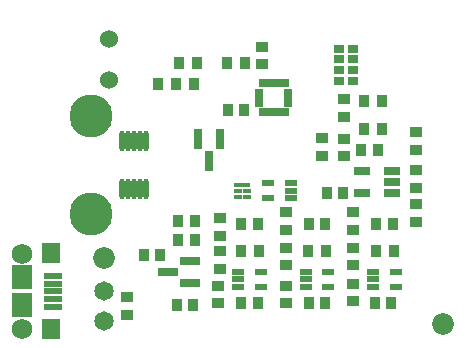
<source format=gbs>
%FSLAX24Y24*%
%MOIN*%
G70*
G01*
G75*
G04 Layer_Color=16711935*
%ADD10R,0.0354X0.0315*%
%ADD11R,0.0315X0.0354*%
%ADD12R,0.0276X0.0354*%
%ADD13R,0.0319X0.0661*%
%ADD14R,0.0394X0.0315*%
%ADD15R,0.0276X0.0591*%
%ADD16R,0.0600X0.0300*%
%ADD17R,0.0300X0.0598*%
%ADD18R,0.0598X0.0300*%
%ADD19R,0.0217X0.0394*%
%ADD20R,0.0157X0.0157*%
%ADD21C,0.0150*%
%ADD22C,0.0120*%
%ADD23C,0.0100*%
%ADD24C,0.0181*%
%ADD25C,0.0630*%
%ADD26C,0.0661*%
%ADD27C,0.0591*%
%ADD28C,0.1378*%
%ADD29C,0.0320*%
%ADD30C,0.0400*%
%ADD31C,0.0500*%
%ADD32R,0.0354X0.0276*%
%ADD33R,0.0532X0.0157*%
%ADD34R,0.0630X0.0748*%
%ADD35R,0.0551X0.0630*%
%ADD36R,0.0236X0.0591*%
%ADD37R,0.0591X0.0236*%
%ADD38O,0.0118X0.0650*%
%ADD39R,0.0335X0.0157*%
%ADD40R,0.0512X0.0217*%
%ADD41R,0.0209X0.0118*%
%ADD42R,0.0193X0.0118*%
%ADD43R,0.0201X0.0136*%
%ADD44R,0.0136X0.0201*%
%ADD45R,0.0315X0.0197*%
%ADD46C,0.0200*%
%ADD47C,0.0098*%
%ADD48C,0.0050*%
%ADD49C,0.0079*%
%ADD50C,0.0039*%
%ADD51C,0.0080*%
%ADD52R,0.0414X0.0375*%
%ADD53R,0.0375X0.0414*%
%ADD54R,0.0336X0.0414*%
%ADD55R,0.0379X0.0721*%
%ADD56R,0.0454X0.0375*%
%ADD57R,0.0336X0.0651*%
%ADD58R,0.0660X0.0360*%
%ADD59R,0.0360X0.0658*%
%ADD60R,0.0658X0.0360*%
%ADD61R,0.0277X0.0454*%
%ADD62C,0.0690*%
%ADD63C,0.0721*%
%ADD64C,0.0651*%
%ADD65C,0.0060*%
%ADD66C,0.1438*%
%ADD67C,0.0600*%
%ADD68R,0.0414X0.0336*%
%ADD69R,0.0610X0.0236*%
%ADD70R,0.0709X0.0827*%
%ADD71R,0.0630X0.0709*%
%ADD72R,0.0296X0.0651*%
%ADD73R,0.0651X0.0296*%
%ADD74O,0.0178X0.0710*%
%ADD75R,0.0395X0.0217*%
%ADD76R,0.0572X0.0277*%
%ADD77R,0.0269X0.0178*%
%ADD78R,0.0253X0.0178*%
%ADD79R,0.0280X0.0215*%
%ADD80R,0.0215X0.0280*%
%ADD81R,0.0375X0.0257*%
D52*
X7100Y1474D02*
D03*
Y2026D02*
D03*
X9350Y1474D02*
D03*
Y2026D02*
D03*
X11600Y1524D02*
D03*
Y2076D02*
D03*
X11300Y6374D02*
D03*
Y6926D02*
D03*
X8550Y9424D02*
D03*
Y9976D02*
D03*
X9350Y3276D02*
D03*
Y2724D02*
D03*
X11600Y3276D02*
D03*
Y2724D02*
D03*
D53*
X6326Y3550D02*
D03*
X5774D02*
D03*
X5176Y3050D02*
D03*
X4624D02*
D03*
X6276Y1400D02*
D03*
X5724D02*
D03*
X7874Y4100D02*
D03*
X8426D02*
D03*
X10124D02*
D03*
X10676D02*
D03*
X5774Y4200D02*
D03*
X6326D02*
D03*
X8426Y1450D02*
D03*
X7874D02*
D03*
X10676D02*
D03*
X10124D02*
D03*
X12374Y4100D02*
D03*
X12926D02*
D03*
X12876Y1450D02*
D03*
X12324D02*
D03*
X11274Y5126D02*
D03*
X10723D02*
D03*
X11874Y6550D02*
D03*
X12426D02*
D03*
X7976Y7900D02*
D03*
X7424D02*
D03*
D54*
X7995Y9450D02*
D03*
X7405D02*
D03*
X5805Y9450D02*
D03*
X6395D02*
D03*
X8445Y3200D02*
D03*
X7855D02*
D03*
X10695D02*
D03*
X10105D02*
D03*
X12945D02*
D03*
X12355D02*
D03*
X11955Y8200D02*
D03*
X12545D02*
D03*
X11955Y7250D02*
D03*
X12545D02*
D03*
X5105Y8750D02*
D03*
X5695D02*
D03*
X6295Y8750D02*
D03*
X5705D02*
D03*
D62*
X550Y3100D02*
D03*
Y600D02*
D03*
D63*
X3300Y2950D02*
D03*
X14600Y750D02*
D03*
D64*
X3300Y850D02*
D03*
Y1850D02*
D03*
D65*
X2341Y11250D02*
D03*
X1159D02*
D03*
D66*
X2850Y7684D02*
D03*
Y4416D02*
D03*
D67*
X3450Y8900D02*
D03*
Y10250D02*
D03*
D68*
X11300Y7655D02*
D03*
Y8245D02*
D03*
X7150Y3705D02*
D03*
Y4295D02*
D03*
X9350Y4495D02*
D03*
Y3905D02*
D03*
X11600Y4495D02*
D03*
Y3905D02*
D03*
X13700Y5305D02*
D03*
Y5895D02*
D03*
X10550Y6945D02*
D03*
Y6355D02*
D03*
X13700Y6555D02*
D03*
Y7145D02*
D03*
X7150Y2605D02*
D03*
Y3195D02*
D03*
X4050Y1055D02*
D03*
Y1645D02*
D03*
X13700Y4745D02*
D03*
Y4155D02*
D03*
D69*
X1603Y1338D02*
D03*
Y1594D02*
D03*
Y2362D02*
D03*
Y2106D02*
D03*
Y1850D02*
D03*
D70*
X550Y2322D02*
D03*
Y1378D02*
D03*
D71*
X1534Y3110D02*
D03*
Y590D02*
D03*
D72*
X6426Y6924D02*
D03*
X7174D02*
D03*
X6800Y6176D02*
D03*
D73*
X6174Y2874D02*
D03*
Y2126D02*
D03*
X5426Y2500D02*
D03*
D74*
X3906Y6857D02*
D03*
X4103D02*
D03*
X4300D02*
D03*
X4497D02*
D03*
X4694D02*
D03*
X3906Y5243D02*
D03*
X4103D02*
D03*
X4300D02*
D03*
X4497D02*
D03*
X4694D02*
D03*
D75*
X8524Y1994D02*
D03*
Y2506D02*
D03*
X7776D02*
D03*
Y2250D02*
D03*
Y1994D02*
D03*
X10774D02*
D03*
Y2506D02*
D03*
X10026D02*
D03*
Y2250D02*
D03*
Y1994D02*
D03*
X13024D02*
D03*
Y2506D02*
D03*
X12276D02*
D03*
Y2250D02*
D03*
Y1994D02*
D03*
X8776Y5456D02*
D03*
Y4944D02*
D03*
X9524D02*
D03*
Y5200D02*
D03*
Y5456D02*
D03*
D76*
X11908Y5874D02*
D03*
Y5126D02*
D03*
X12892D02*
D03*
Y5500D02*
D03*
Y5874D02*
D03*
D77*
X8040Y5397D02*
D03*
D78*
X8048Y5200D02*
D03*
Y5003D02*
D03*
X7752D02*
D03*
Y5200D02*
D03*
Y5397D02*
D03*
D79*
X8468Y8497D02*
D03*
Y8300D02*
D03*
Y8103D02*
D03*
X9432D02*
D03*
Y8300D02*
D03*
Y8497D02*
D03*
D80*
X8556Y7818D02*
D03*
X8753D02*
D03*
X8950D02*
D03*
X9147D02*
D03*
X9344D02*
D03*
Y8782D02*
D03*
X9147D02*
D03*
X8950D02*
D03*
X8753D02*
D03*
X8556D02*
D03*
D81*
X11114Y9931D02*
D03*
Y9577D02*
D03*
Y9223D02*
D03*
Y8868D02*
D03*
X11586D02*
D03*
Y9223D02*
D03*
Y9577D02*
D03*
Y9931D02*
D03*
M02*

</source>
